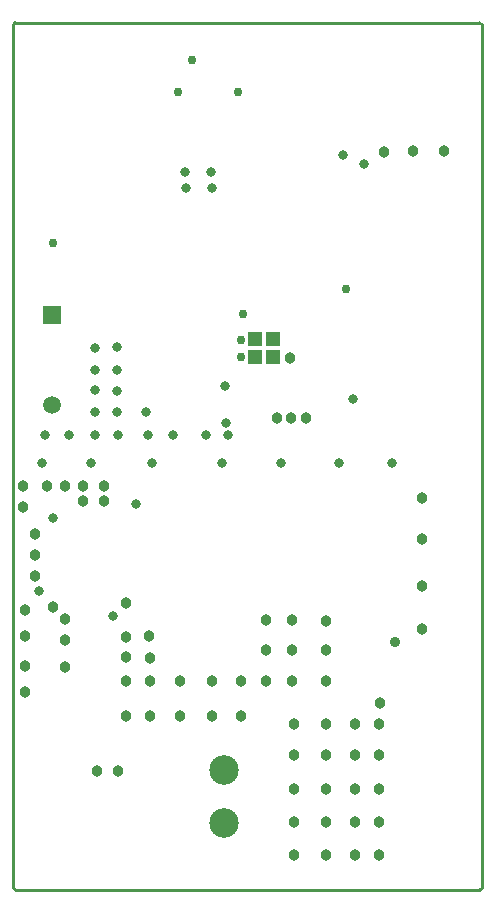
<source format=gbs>
G04*
G04 #@! TF.GenerationSoftware,Altium Limited,CircuitMaker,2.2.1 (2.2.1.6)*
G04*
G04 Layer_Color=8150272*
%FSLAX25Y25*%
%MOIN*%
G70*
G04*
G04 #@! TF.SameCoordinates,3F80FBB2-A1F2-450A-AE04-FF917F864492*
G04*
G04*
G04 #@! TF.FilePolarity,Negative*
G04*
G01*
G75*
%ADD11C,0.01000*%
%ADD43R,0.04934X0.04737*%
%ADD64C,0.05918*%
%ADD65R,0.05918X0.05918*%
%ADD66C,0.09855*%
%ADD67C,0.03000*%
%ADD68C,0.03300*%
%ADD69C,0.03800*%
%ADD70C,0.03600*%
D11*
X184100Y356000D02*
G03*
X183600Y356500I-500J0D01*
G01*
X184100Y356000D02*
G03*
X183600Y356500I-500J0D01*
G01*
Y67500D02*
G03*
X184100Y68000I0J500D01*
G01*
X183600Y67500D02*
G03*
X184100Y68000I0J500D01*
G01*
X28500Y356500D02*
G03*
X28000Y356000I0J-500D01*
G01*
X28500Y356500D02*
G03*
X28000Y356000I0J-500D01*
G01*
Y68000D02*
G03*
X28500Y67500I500J0D01*
G01*
X28000Y68000D02*
G03*
X28500Y67500I500J0D01*
G01*
X184100Y68000D02*
Y356000D01*
X28500Y356500D02*
X183600D01*
X28500Y67500D02*
X183600D01*
X28000Y68000D02*
Y356000D01*
D43*
X114453Y245000D02*
D03*
X108547D02*
D03*
Y251000D02*
D03*
X114453D02*
D03*
D64*
X40900Y229000D02*
D03*
D65*
Y259000D02*
D03*
D66*
X98200Y107417D02*
D03*
Y89700D02*
D03*
D67*
X103000Y333256D02*
D03*
X82800Y333456D02*
D03*
X87600Y344000D02*
D03*
X41237Y283019D02*
D03*
X103800Y245000D02*
D03*
X138900Y267600D02*
D03*
X104500Y259500D02*
D03*
X103800Y250900D02*
D03*
D68*
X94100Y301400D02*
D03*
X85600D02*
D03*
X94000Y306600D02*
D03*
X98900Y223000D02*
D03*
X85400Y306600D02*
D03*
X92400Y219200D02*
D03*
X99690D02*
D03*
X55300D02*
D03*
X38600D02*
D03*
X46490D02*
D03*
X62900D02*
D03*
X73000D02*
D03*
X81400D02*
D03*
X62700Y226631D02*
D03*
X72290D02*
D03*
X55100D02*
D03*
X62700Y240900D02*
D03*
X55100Y240800D02*
D03*
X62700Y248300D02*
D03*
X55100Y248200D02*
D03*
X62700Y233900D02*
D03*
X55100Y234000D02*
D03*
X98456Y235296D02*
D03*
X141090Y231031D02*
D03*
X137900Y312500D02*
D03*
X145050Y309500D02*
D03*
X154100Y209800D02*
D03*
X136500D02*
D03*
X117300D02*
D03*
X97600D02*
D03*
X74200D02*
D03*
X53800D02*
D03*
X37500D02*
D03*
X36500Y167100D02*
D03*
X41100Y191300D02*
D03*
X61200Y158879D02*
D03*
X68900Y196100D02*
D03*
D69*
X151500Y313500D02*
D03*
X161200Y313700D02*
D03*
X171500Y313900D02*
D03*
X125700Y224800D02*
D03*
X120700D02*
D03*
X115800D02*
D03*
X164100Y184500D02*
D03*
Y154300D02*
D03*
Y168700D02*
D03*
Y198200D02*
D03*
X31400Y202000D02*
D03*
X120300Y244900D02*
D03*
X51400Y202000D02*
D03*
X45100D02*
D03*
X39100D02*
D03*
X132097Y136990D02*
D03*
Y157200D02*
D03*
X132400Y112356D02*
D03*
X141774D02*
D03*
X150000D02*
D03*
X121600D02*
D03*
X150000Y122800D02*
D03*
X58100Y202000D02*
D03*
X31400Y195000D02*
D03*
X51400Y197100D02*
D03*
X132097Y147400D02*
D03*
X121600Y90056D02*
D03*
X150000Y79056D02*
D03*
X141774D02*
D03*
X132400D02*
D03*
X121600D02*
D03*
X150000Y90056D02*
D03*
X141774D02*
D03*
X132400D02*
D03*
X150000Y101156D02*
D03*
X141774D02*
D03*
X132400D02*
D03*
X121600D02*
D03*
X141774Y122800D02*
D03*
X132400D02*
D03*
X121600D02*
D03*
X103974Y125300D02*
D03*
X94374D02*
D03*
X83474D02*
D03*
X73574D02*
D03*
X65700D02*
D03*
X63066Y106952D02*
D03*
X55974Y107156D02*
D03*
X120800Y137156D02*
D03*
X112274D02*
D03*
X103974D02*
D03*
X120800Y147400D02*
D03*
X112274D02*
D03*
X120800Y157400D02*
D03*
X112274D02*
D03*
X94374Y137156D02*
D03*
X83474D02*
D03*
X73574D02*
D03*
X65700D02*
D03*
X73574Y144856D02*
D03*
X65700Y145056D02*
D03*
X73274Y151956D02*
D03*
X65700Y151856D02*
D03*
X65500Y163200D02*
D03*
X32000Y133386D02*
D03*
X45400Y141800D02*
D03*
Y150700D02*
D03*
Y157700D02*
D03*
X32000Y142098D02*
D03*
Y152200D02*
D03*
Y160900D02*
D03*
X35100Y172100D02*
D03*
Y179200D02*
D03*
Y186100D02*
D03*
X58100Y197200D02*
D03*
X41400Y161600D02*
D03*
X150400Y129800D02*
D03*
D70*
X155233Y150233D02*
D03*
M02*

</source>
